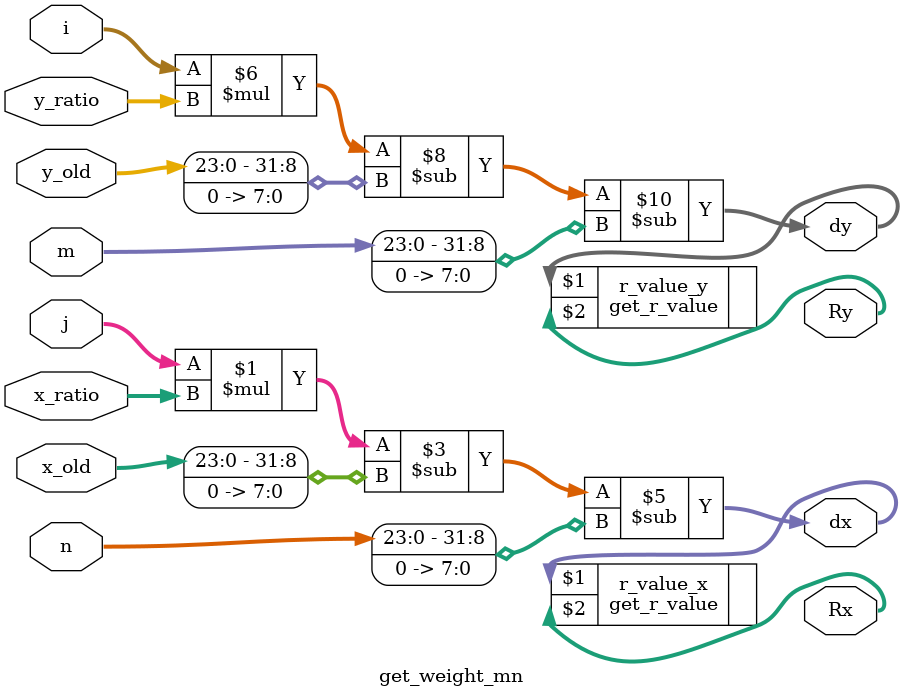
<source format=sv>
module get_weight_mn (
	
	input int signed i,j,m,n,
	input signed [31:0] x_ratio, y_ratio,
	input signed [31:0] x_old, y_old,
	
	output logic signed [31:0] dx, dy,
	output logic signed [31:0]	Rx, Ry
);

parameter SHIFT_AMOUNT = 8;
parameter FP128 = 7;

/*RESIZE LOGIC DECLARATION*/
//logic [31:0] x_old, y_old;//, y_ratio, x_ratio;

//assign y_ratio = rows << (SHIFT_AMOUNT - FP128);
//assign x_ratio = cols << (SHIFT_AMOUNT - FP128);

//assign x_old = (x_ratio*j) >> SHIFT_AMOUNT;
//assign y_old = (y_ratio*i) >> SHIFT_AMOUNT;

assign dx = ((j*x_ratio) - (x_old << SHIFT_AMOUNT)) - (n << SHIFT_AMOUNT);
assign dy = ((i*y_ratio) - (y_old << SHIFT_AMOUNT)) - (m << SHIFT_AMOUNT);

get_r_value r_value_x(dx, Rx);
get_r_value r_value_y(dy, Ry);
endmodule 
</source>
